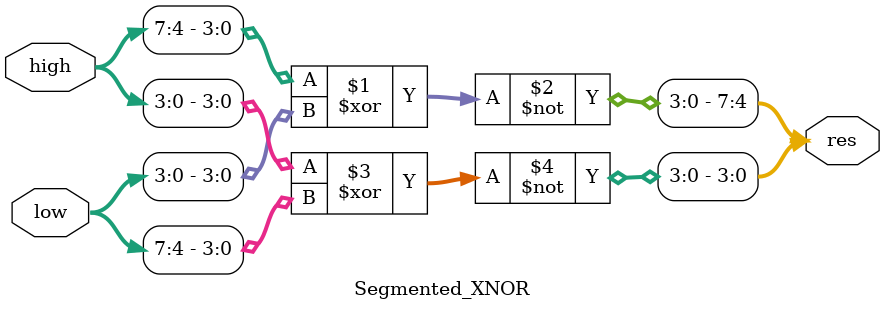
<source format=sv>
module Segmented_XNOR(
    input [7:0] high, low,
    output [7:0] res
);
    assign res[7:4] = ~(high[7:4] ^ low[3:0]);
    assign res[3:0] = ~(high[3:0] ^ low[7:4]);
endmodule

</source>
